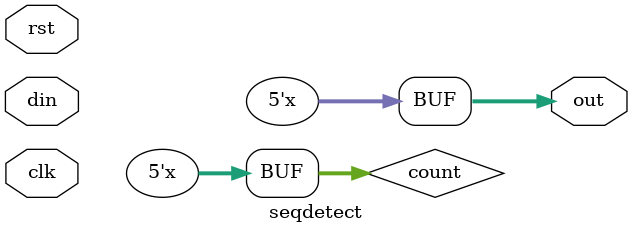
<source format=v>
module seqdetect #(
    parameter   SEQ  = 4'b1011,
                S_WIDTH = 2,
                MEM = 5,
                S0  = 2'b00,
                S1  = 2'b01,
                S2  = 2'b10,
                S3  = 2'b11
) (
    input   clk,rst,din,
    output  [4:0] out
);
reg [S_WIDTH-1 : 0] nextS,currentS;
reg [MEM - 1 :0] count = 0;

always @(din or currentS) begin
    case (currentS)
        S0:
            if(din == 1)
                nextS = S1;
            else if (din == 0)
                nextS = currentS;
            else
                nextS = currentS;
        S1:
            if(din == 1)
                nextS = currentS;
            else if (din == 0)
                nextS = S2;
            else
                nextS = currentS;
        S2:
            if(din == 1)
                nextS = S3;
            else if (din == 0)
                nextS = S0;
            else
                nextS = currentS;
        S3:
            if(din == 1) begin
                nextS = S1;
                count = count + 1; // seq detected, add 1
            end
            else if (din == 0)
                nextS = S2;
            else
                nextS = currentS;
        default:
            nextS = currentS;
    endcase
end

always @(posedge clk) begin
    if(rst) // rst set to high, goto S0
        currentS = S0;
    else
        currentS = nextS;    
end

assign out = count;

endmodule  //seqdetect
</source>
